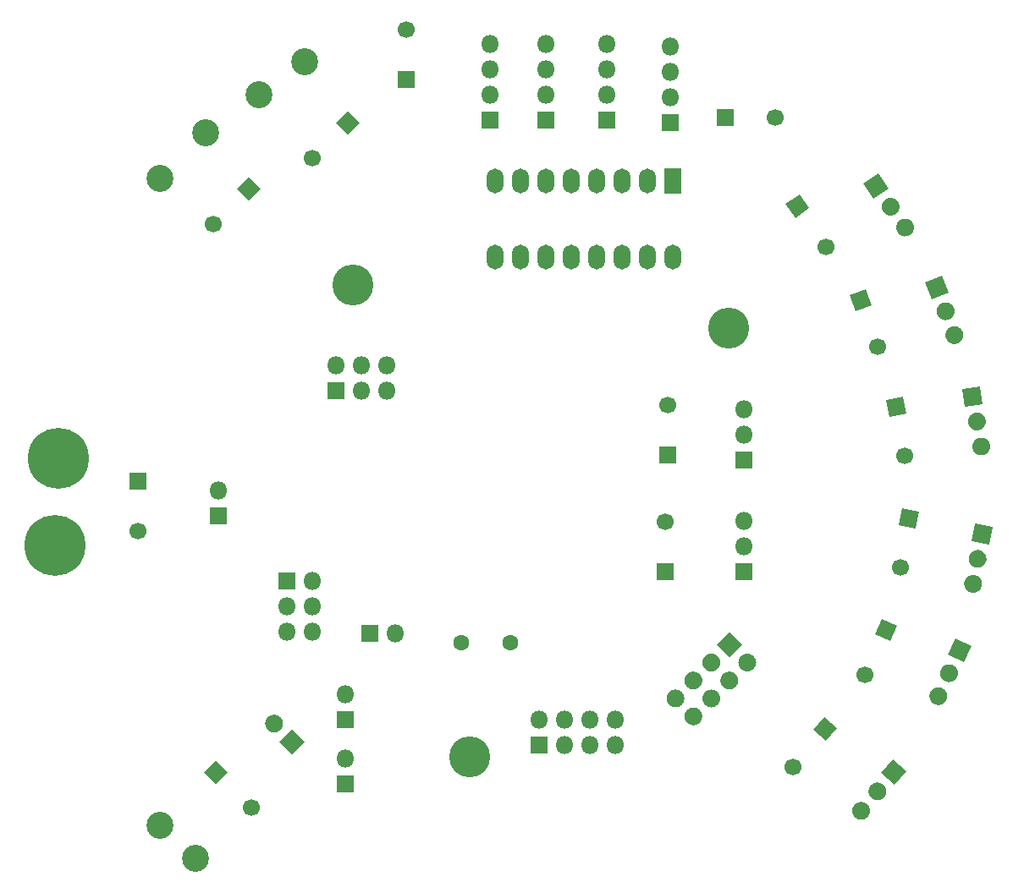
<source format=gbr>
%TF.GenerationSoftware,KiCad,Pcbnew,(5.1.6-0-10_14)*%
%TF.CreationDate,2021-08-28T18:32:45-05:00*%
%TF.ProjectId,atmega2560_led_driver,61746d65-6761-4323-9536-305f6c65645f,rev?*%
%TF.SameCoordinates,Original*%
%TF.FileFunction,Soldermask,Bot*%
%TF.FilePolarity,Negative*%
%FSLAX46Y46*%
G04 Gerber Fmt 4.6, Leading zero omitted, Abs format (unit mm)*
G04 Created by KiCad (PCBNEW (5.1.6-0-10_14)) date 2021-08-28 18:32:45*
%MOMM*%
%LPD*%
G01*
G04 APERTURE LIST*
%ADD10C,2.700000*%
%ADD11R,1.800000X1.800000*%
%ADD12O,1.800000X1.800000*%
%ADD13C,0.100000*%
%ADD14C,1.600000*%
%ADD15C,1.700000*%
%ADD16R,1.700000X1.700000*%
%ADD17R,1.700000X2.500000*%
%ADD18O,1.700000X2.500000*%
%ADD19C,6.100000*%
%ADD20C,4.100000*%
G04 APERTURE END LIST*
D10*
%TO.C,J3*%
X119126000Y-138684000D03*
%TD*%
%TO.C,J4*%
X122682000Y-141986000D03*
%TD*%
D11*
%TO.C,J5*%
X140136000Y-119440000D03*
D12*
X142676000Y-119440000D03*
%TD*%
D11*
%TO.C,J8*%
X137666000Y-134560000D03*
D12*
X137666000Y-132020000D03*
%TD*%
%TO.C,J9*%
X137636000Y-125610000D03*
D11*
X137636000Y-128150000D03*
%TD*%
D12*
%TO.C,J12*%
X124968000Y-105156000D03*
D11*
X124968000Y-107696000D03*
%TD*%
D13*
%TO.C,J14*%
G36*
X132334000Y-129029208D02*
G01*
X133606792Y-130302000D01*
X132334000Y-131574792D01*
X131061208Y-130302000D01*
X132334000Y-129029208D01*
G37*
G36*
G01*
X131174345Y-127869553D02*
X131174345Y-127869553D01*
G75*
G02*
X131174345Y-129142345I-636396J-636396D01*
G01*
X131174345Y-129142345D01*
G75*
G02*
X129901553Y-129142345I-636396J636396D01*
G01*
X129901553Y-129142345D01*
G75*
G02*
X129901553Y-127869553I636396J636396D01*
G01*
X129901553Y-127869553D01*
G75*
G02*
X131174345Y-127869553I636396J-636396D01*
G01*
G37*
%TD*%
D12*
%TO.C,J15*%
X177546000Y-97028000D03*
X177546000Y-99568000D03*
D11*
X177546000Y-102108000D03*
%TD*%
%TO.C,J16*%
X177546000Y-113284000D03*
D12*
X177546000Y-110744000D03*
X177546000Y-108204000D03*
%TD*%
%TO.C,J17*%
G36*
G01*
X188577199Y-136662997D02*
X188577199Y-136662997D01*
G75*
G02*
X189845148Y-136552066I689440J-578509D01*
G01*
X189845148Y-136552066D01*
G75*
G02*
X189956079Y-137820015I-578509J-689440D01*
G01*
X189956079Y-137820015D01*
G75*
G02*
X188688130Y-137930946I-689440J578509D01*
G01*
X188688130Y-137930946D01*
G75*
G02*
X188577199Y-136662997I578509J689440D01*
G01*
G37*
G36*
G01*
X190209879Y-134717244D02*
X190209879Y-134717244D01*
G75*
G02*
X191477828Y-134606313I689440J-578509D01*
G01*
X191477828Y-134606313D01*
G75*
G02*
X191588759Y-135874262I-578509J-689440D01*
G01*
X191588759Y-135874262D01*
G75*
G02*
X190320810Y-135985193I-689440J578509D01*
G01*
X190320810Y-135985193D01*
G75*
G02*
X190209879Y-134717244I578509J689440D01*
G01*
G37*
D13*
G36*
X191264051Y-133460931D02*
G01*
X192421069Y-132082051D01*
X193799949Y-133239069D01*
X192642931Y-134617949D01*
X191264051Y-133460931D01*
G37*
%TD*%
%TO.C,J18*%
G36*
X197939967Y-121593321D02*
G01*
X198700679Y-119961967D01*
X200332033Y-120722679D01*
X199571321Y-122354033D01*
X197939967Y-121593321D01*
G37*
G36*
G01*
X197246873Y-123079666D02*
X197246873Y-123079666D01*
G75*
G02*
X198442906Y-122644345I815677J-380356D01*
G01*
X198442906Y-122644345D01*
G75*
G02*
X198878227Y-123840378I-380356J-815677D01*
G01*
X198878227Y-123840378D01*
G75*
G02*
X197682194Y-124275699I-815677J380356D01*
G01*
X197682194Y-124275699D01*
G75*
G02*
X197246873Y-123079666I380356J815677D01*
G01*
G37*
G36*
G01*
X196173422Y-125381688D02*
X196173422Y-125381688D01*
G75*
G02*
X197369455Y-124946367I815677J-380356D01*
G01*
X197369455Y-124946367D01*
G75*
G02*
X197804776Y-126142400I-380356J-815677D01*
G01*
X197804776Y-126142400D01*
G75*
G02*
X196608743Y-126577721I-815677J380356D01*
G01*
X196608743Y-126577721D01*
G75*
G02*
X196173422Y-125381688I380356J815677D01*
G01*
G37*
%TD*%
D10*
%TO.C,J19*%
X133604000Y-62230000D03*
%TD*%
%TO.C,J20*%
X129032000Y-65532000D03*
%TD*%
%TO.C,J21*%
X123698000Y-69342000D03*
%TD*%
%TO.C,J22*%
X119126000Y-73914000D03*
%TD*%
%TO.C,J23*%
G36*
G01*
X199586606Y-114359128D02*
X199586606Y-114359128D01*
G75*
G02*
X200629216Y-113629084I886327J-156283D01*
G01*
X200629216Y-113629084D01*
G75*
G02*
X201359260Y-114671694I-156283J-886327D01*
G01*
X201359260Y-114671694D01*
G75*
G02*
X200316650Y-115401738I-886327J156283D01*
G01*
X200316650Y-115401738D01*
G75*
G02*
X199586606Y-114359128I156283J886327D01*
G01*
G37*
G36*
G01*
X200027673Y-111857717D02*
X200027673Y-111857717D01*
G75*
G02*
X201070283Y-111127673I886327J-156283D01*
G01*
X201070283Y-111127673D01*
G75*
G02*
X201800327Y-112170283I-156283J-886327D01*
G01*
X201800327Y-112170283D01*
G75*
G02*
X200757717Y-112900327I-886327J156283D01*
G01*
X200757717Y-112900327D01*
G75*
G02*
X200027673Y-111857717I156283J886327D01*
G01*
G37*
D13*
G36*
X200312456Y-110242632D02*
G01*
X200625022Y-108469978D01*
X202397676Y-108782544D01*
X202085110Y-110555198D01*
X200312456Y-110242632D01*
G37*
%TD*%
%TO.C,J24*%
G36*
X199675956Y-96800610D02*
G01*
X199363390Y-95027956D01*
X201136044Y-94715390D01*
X201448610Y-96488044D01*
X199675956Y-96800610D01*
G37*
G36*
G01*
X199960739Y-98415695D02*
X199960739Y-98415695D01*
G75*
G02*
X200690783Y-97373085I886327J156283D01*
G01*
X200690783Y-97373085D01*
G75*
G02*
X201733393Y-98103129I156283J-886327D01*
G01*
X201733393Y-98103129D01*
G75*
G02*
X201003349Y-99145739I-886327J-156283D01*
G01*
X201003349Y-99145739D01*
G75*
G02*
X199960739Y-98415695I-156283J886327D01*
G01*
G37*
G36*
G01*
X200401806Y-100917106D02*
X200401806Y-100917106D01*
G75*
G02*
X201131850Y-99874496I886327J156283D01*
G01*
X201131850Y-99874496D01*
G75*
G02*
X202174460Y-100604540I156283J-886327D01*
G01*
X202174460Y-100604540D01*
G75*
G02*
X201444416Y-101647150I-886327J-156283D01*
G01*
X201444416Y-101647150D01*
G75*
G02*
X200401806Y-100917106I-156283J886327D01*
G01*
G37*
%TD*%
%TO.C,J25*%
G36*
G01*
X197741739Y-89917457D02*
X197741739Y-89917457D01*
G75*
G02*
X198279644Y-88763916I845723J307818D01*
G01*
X198279644Y-88763916D01*
G75*
G02*
X199433185Y-89301821I307818J-845723D01*
G01*
X199433185Y-89301821D01*
G75*
G02*
X198895280Y-90455362I-845723J-307818D01*
G01*
X198895280Y-90455362D01*
G75*
G02*
X197741739Y-89917457I-307818J845723D01*
G01*
G37*
G36*
G01*
X196873008Y-87530637D02*
X196873008Y-87530637D01*
G75*
G02*
X197410913Y-86377096I845723J307818D01*
G01*
X197410913Y-86377096D01*
G75*
G02*
X198564454Y-86915001I307818J-845723D01*
G01*
X198564454Y-86915001D01*
G75*
G02*
X198026549Y-88068542I-845723J-307818D01*
G01*
X198026549Y-88068542D01*
G75*
G02*
X196873008Y-87530637I-307818J845723D01*
G01*
G37*
G36*
X196312095Y-85989541D02*
G01*
X195696459Y-84298095D01*
X197387905Y-83682459D01*
X198003541Y-85373905D01*
X196312095Y-85989541D01*
G37*
%TD*%
%TO.C,J26*%
G36*
X190532982Y-75929456D02*
G01*
X189500544Y-74454982D01*
X190975018Y-73422544D01*
X192007456Y-74897018D01*
X190532982Y-75929456D01*
G37*
G36*
G01*
X191473647Y-77272865D02*
X191473647Y-77272865D01*
G75*
G02*
X191694665Y-76019409I737237J516219D01*
G01*
X191694665Y-76019409D01*
G75*
G02*
X192948121Y-76240427I516219J-737237D01*
G01*
X192948121Y-76240427D01*
G75*
G02*
X192727103Y-77493883I-737237J-516219D01*
G01*
X192727103Y-77493883D01*
G75*
G02*
X191473647Y-77272865I-516219J737237D01*
G01*
G37*
G36*
G01*
X192930531Y-79353511D02*
X192930531Y-79353511D01*
G75*
G02*
X193151549Y-78100055I737237J516219D01*
G01*
X193151549Y-78100055D01*
G75*
G02*
X194405005Y-78321073I516219J-737237D01*
G01*
X194405005Y-78321073D01*
G75*
G02*
X194183987Y-79574529I-737237J-516219D01*
G01*
X194183987Y-79574529D01*
G75*
G02*
X192930531Y-79353511I-516219J737237D01*
G01*
G37*
%TD*%
D14*
%TO.C,Y1*%
X154178000Y-120396000D03*
X149298000Y-120396000D03*
%TD*%
D15*
%TO.C,C1*%
X180656000Y-67810000D03*
D16*
X175656000Y-67810000D03*
%TD*%
D15*
%TO.C,C2*%
X143764000Y-59008000D03*
D16*
X143764000Y-64008000D03*
%TD*%
%TO.C,C3*%
X116936000Y-104220000D03*
D15*
X116936000Y-109220000D03*
%TD*%
%TO.C,C4*%
X128249534Y-136885534D03*
D13*
G36*
X123511918Y-133350000D02*
G01*
X124714000Y-132147918D01*
X125916082Y-133350000D01*
X124714000Y-134552082D01*
X123511918Y-133350000D01*
G37*
%TD*%
D16*
%TO.C,C14*%
X169926000Y-101600000D03*
D15*
X169926000Y-96600000D03*
%TD*%
%TO.C,C15*%
X169672000Y-108284000D03*
D16*
X169672000Y-113284000D03*
%TD*%
D13*
%TO.C,C16*%
G36*
X185569232Y-127834493D02*
G01*
X186871507Y-128927232D01*
X185778768Y-130229507D01*
X184476493Y-129136768D01*
X185569232Y-127834493D01*
G37*
D15*
X182460062Y-132862222D03*
%TD*%
%TO.C,C17*%
X189656909Y-123657539D03*
D13*
G36*
X191358864Y-117996413D02*
G01*
X192899587Y-118714864D01*
X192181136Y-120255587D01*
X190640413Y-119537136D01*
X191358864Y-117996413D01*
G37*
%TD*%
%TO.C,C18*%
G36*
X137922000Y-67123918D02*
G01*
X139124082Y-68326000D01*
X137922000Y-69528082D01*
X136719918Y-68326000D01*
X137922000Y-67123918D01*
G37*
D15*
X134386466Y-71861534D03*
%TD*%
D13*
%TO.C,C19*%
G36*
X128016000Y-73727918D02*
G01*
X129218082Y-74930000D01*
X128016000Y-76132082D01*
X126813918Y-74930000D01*
X128016000Y-73727918D01*
G37*
D15*
X124480466Y-78465534D03*
%TD*%
%TO.C,C20*%
X193187759Y-112874039D03*
D13*
G36*
X193366514Y-106965312D02*
G01*
X195040688Y-107260514D01*
X194745486Y-108934688D01*
X193071312Y-108639486D01*
X193366514Y-106965312D01*
G37*
%TD*%
%TO.C,C21*%
G36*
X191801312Y-96084514D02*
G01*
X193475486Y-95789312D01*
X193770688Y-97463486D01*
X192096514Y-97758688D01*
X191801312Y-96084514D01*
G37*
D15*
X193654241Y-101698039D03*
%TD*%
D13*
%TO.C,C22*%
G36*
X188140544Y-85597978D02*
G01*
X189738022Y-85016544D01*
X190319456Y-86614022D01*
X188721978Y-87195456D01*
X188140544Y-85597978D01*
G37*
D15*
X190940101Y-90804463D03*
%TD*%
%TO.C,C23*%
X185747882Y-80803760D03*
D13*
G36*
X181696181Y-76499261D02*
G01*
X183088739Y-75524181D01*
X184063819Y-76916739D01*
X182671261Y-77891819D01*
X181696181Y-76499261D01*
G37*
%TD*%
D11*
%TO.C,J7*%
X131786000Y-114260000D03*
D12*
X134326000Y-114260000D03*
X131786000Y-116800000D03*
X134326000Y-116800000D03*
X131786000Y-119340000D03*
X134326000Y-119340000D03*
%TD*%
D11*
%TO.C,J10*%
X157036000Y-130610000D03*
D12*
X157036000Y-128070000D03*
X159576000Y-130610000D03*
X159576000Y-128070000D03*
X162116000Y-130610000D03*
X162116000Y-128070000D03*
X164656000Y-130610000D03*
X164656000Y-128070000D03*
%TD*%
%TO.C,J11*%
G36*
G01*
X171847502Y-127147809D02*
X171847502Y-127147809D01*
G75*
G02*
X173120294Y-127147809I636396J-636396D01*
G01*
X173120294Y-127147809D01*
G75*
G02*
X173120294Y-128420601I-636396J-636396D01*
G01*
X173120294Y-128420601D01*
G75*
G02*
X171847502Y-128420601I-636396J636396D01*
G01*
X171847502Y-128420601D01*
G75*
G02*
X171847502Y-127147809I636396J636396D01*
G01*
G37*
G36*
G01*
X170051450Y-125351758D02*
X170051450Y-125351758D01*
G75*
G02*
X171324242Y-125351758I636396J-636396D01*
G01*
X171324242Y-125351758D01*
G75*
G02*
X171324242Y-126624550I-636396J-636396D01*
G01*
X171324242Y-126624550D01*
G75*
G02*
X170051450Y-126624550I-636396J636396D01*
G01*
X170051450Y-126624550D01*
G75*
G02*
X170051450Y-125351758I636396J636396D01*
G01*
G37*
G36*
G01*
X173643553Y-125351758D02*
X173643553Y-125351758D01*
G75*
G02*
X174916345Y-125351758I636396J-636396D01*
G01*
X174916345Y-125351758D01*
G75*
G02*
X174916345Y-126624550I-636396J-636396D01*
G01*
X174916345Y-126624550D01*
G75*
G02*
X173643553Y-126624550I-636396J636396D01*
G01*
X173643553Y-126624550D01*
G75*
G02*
X173643553Y-125351758I636396J636396D01*
G01*
G37*
G36*
G01*
X171847502Y-123555706D02*
X171847502Y-123555706D01*
G75*
G02*
X173120294Y-123555706I636396J-636396D01*
G01*
X173120294Y-123555706D01*
G75*
G02*
X173120294Y-124828498I-636396J-636396D01*
G01*
X173120294Y-124828498D01*
G75*
G02*
X171847502Y-124828498I-636396J636396D01*
G01*
X171847502Y-124828498D01*
G75*
G02*
X171847502Y-123555706I636396J636396D01*
G01*
G37*
G36*
G01*
X175439604Y-123555706D02*
X175439604Y-123555706D01*
G75*
G02*
X176712396Y-123555706I636396J-636396D01*
G01*
X176712396Y-123555706D01*
G75*
G02*
X176712396Y-124828498I-636396J-636396D01*
G01*
X176712396Y-124828498D01*
G75*
G02*
X175439604Y-124828498I-636396J636396D01*
G01*
X175439604Y-124828498D01*
G75*
G02*
X175439604Y-123555706I636396J636396D01*
G01*
G37*
G36*
G01*
X173643553Y-121759655D02*
X173643553Y-121759655D01*
G75*
G02*
X174916345Y-121759655I636396J-636396D01*
G01*
X174916345Y-121759655D01*
G75*
G02*
X174916345Y-123032447I-636396J-636396D01*
G01*
X174916345Y-123032447D01*
G75*
G02*
X173643553Y-123032447I-636396J636396D01*
G01*
X173643553Y-123032447D01*
G75*
G02*
X173643553Y-121759655I636396J636396D01*
G01*
G37*
G36*
G01*
X177235655Y-121759655D02*
X177235655Y-121759655D01*
G75*
G02*
X178508447Y-121759655I636396J-636396D01*
G01*
X178508447Y-121759655D01*
G75*
G02*
X178508447Y-123032447I-636396J-636396D01*
G01*
X178508447Y-123032447D01*
G75*
G02*
X177235655Y-123032447I-636396J636396D01*
G01*
X177235655Y-123032447D01*
G75*
G02*
X177235655Y-121759655I636396J636396D01*
G01*
G37*
D13*
G36*
X174803208Y-120600000D02*
G01*
X176076000Y-119327208D01*
X177348792Y-120600000D01*
X176076000Y-121872792D01*
X174803208Y-120600000D01*
G37*
%TD*%
D12*
%TO.C,J13*%
X141846000Y-92660000D03*
X141846000Y-95200000D03*
X139306000Y-92660000D03*
X139306000Y-95200000D03*
X136766000Y-92660000D03*
D11*
X136766000Y-95200000D03*
%TD*%
D17*
%TO.C,J6*%
X170434000Y-74168000D03*
D18*
X152654000Y-81788000D03*
X167894000Y-74168000D03*
X155194000Y-81788000D03*
X165354000Y-74168000D03*
X157734000Y-81788000D03*
X162814000Y-74168000D03*
X160274000Y-81788000D03*
X160274000Y-74168000D03*
X162814000Y-81788000D03*
X157734000Y-74168000D03*
X165354000Y-81788000D03*
X155194000Y-74168000D03*
X167894000Y-81788000D03*
X152654000Y-74168000D03*
X170434000Y-81788000D03*
%TD*%
D19*
%TO.C,J2*%
X108606000Y-110690000D03*
%TD*%
%TO.C,J1*%
X108986000Y-101970000D03*
%TD*%
D11*
%TO.C,J27*%
X152146000Y-68072000D03*
D12*
X152146000Y-65532000D03*
X152146000Y-62992000D03*
X152146000Y-60452000D03*
%TD*%
D11*
%TO.C,J28*%
X157734000Y-68072000D03*
D12*
X157734000Y-65532000D03*
X157734000Y-62992000D03*
X157734000Y-60452000D03*
%TD*%
%TO.C,J29*%
X163830000Y-60452000D03*
X163830000Y-62992000D03*
X163830000Y-65532000D03*
D11*
X163830000Y-68072000D03*
%TD*%
D12*
%TO.C,J30*%
X170180000Y-60706000D03*
X170180000Y-63246000D03*
X170180000Y-65786000D03*
D11*
X170180000Y-68326000D03*
%TD*%
D20*
%TO.C,H1*%
X138430000Y-84582000D03*
%TD*%
%TO.C,H2*%
X176022000Y-88900000D03*
%TD*%
%TO.C,H4*%
X150114000Y-131826000D03*
%TD*%
M02*

</source>
